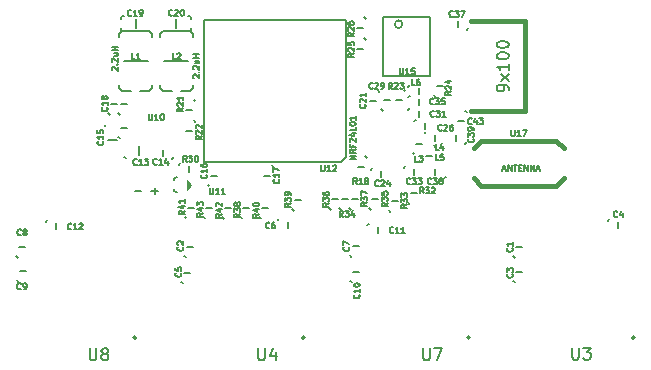
<source format=gto>
G04 #@! TF.FileFunction,Legend,Top*
%FSLAX45Y45*%
G04 Gerber Fmt 4.5, Leading zero omitted, Abs format (unit mm)*
G04 Created by KiCad (PCBNEW 0.201506030104+5696~23~ubuntu14.04.1-product) date Thu 09 Jul 2015 08:08:36 PM EDT*
%MOMM*%
G01*
G04 APERTURE LIST*
%ADD10C,0.127000*%
%ADD11C,0.099060*%
%ADD12C,0.150000*%
%ADD13C,0.165100*%
%ADD14C,0.381000*%
%ADD15C,0.200660*%
G04 APERTURE END LIST*
D10*
X15695676Y-10071862D02*
X15682976Y-10059162D01*
X15759176Y-9982962D02*
X15708376Y-9982962D01*
X12907772Y-10068560D02*
X12895072Y-10055860D01*
X12971272Y-9979660D02*
X12920472Y-9979660D01*
X15696438Y-10282174D02*
X15683738Y-10269474D01*
X15759938Y-10193274D02*
X15709138Y-10193274D01*
X16480536Y-9759188D02*
X16493236Y-9746488D01*
X16569436Y-9822688D02*
X16569436Y-9771888D01*
X12884658Y-10289032D02*
X12871958Y-10276332D01*
X12948158Y-10200132D02*
X12897358Y-10200132D01*
X13687806Y-9756140D02*
X13700506Y-9743440D01*
X13776706Y-9819640D02*
X13776706Y-9768840D01*
X14311122Y-10065766D02*
X14298422Y-10053066D01*
X14374622Y-9976866D02*
X14323822Y-9976866D01*
X11486896Y-10072370D02*
X11474196Y-10059670D01*
X11550396Y-9983470D02*
X11499596Y-9983470D01*
X11489436Y-10278110D02*
X11476736Y-10265410D01*
X11552936Y-10189210D02*
X11502136Y-10189210D01*
X14316202Y-10279380D02*
X14303502Y-10266680D01*
X14379702Y-10190480D02*
X14328902Y-10190480D01*
X14447774Y-9797034D02*
X14460474Y-9784334D01*
X14536674Y-9860534D02*
X14536674Y-9809734D01*
X11724132Y-9769094D02*
X11736832Y-9756394D01*
X11813032Y-9832594D02*
X11813032Y-9781794D01*
X13110210Y-9467850D02*
X13097510Y-9455150D01*
X13173710Y-9378950D02*
X13122910Y-9378950D01*
X13637260Y-9292590D02*
X13649960Y-9305290D01*
X13573760Y-9381490D02*
X13624560Y-9381490D01*
X12263882Y-8864854D02*
X12251182Y-8852154D01*
X12327382Y-8775954D02*
X12276582Y-8775954D01*
X12359132Y-8132064D02*
X12359132Y-8144764D01*
X12359132Y-8144764D02*
X12371832Y-8157464D01*
X12371832Y-8157464D02*
X12384532Y-8157464D01*
X12384532Y-8030464D02*
X12371832Y-8030464D01*
X12371832Y-8030464D02*
X12359132Y-8043164D01*
X12359132Y-8043164D02*
X12359132Y-8055864D01*
X12486132Y-8055864D02*
X12486132Y-8132064D01*
X12954000Y-8055864D02*
X12954000Y-8043164D01*
X12954000Y-8043164D02*
X12941300Y-8030464D01*
X12941300Y-8030464D02*
X12928600Y-8030464D01*
X12928600Y-8157464D02*
X12941300Y-8157464D01*
X12941300Y-8157464D02*
X12954000Y-8144764D01*
X12954000Y-8144764D02*
X12954000Y-8132064D01*
X12827000Y-8132064D02*
X12827000Y-8055864D01*
X14534388Y-8653780D02*
X14547088Y-8666480D01*
X14470888Y-8742680D02*
X14521688Y-8742680D01*
X14477492Y-9329674D02*
X14490192Y-9316974D01*
X14566392Y-9393174D02*
X14566392Y-9342374D01*
X14842490Y-8919210D02*
X14855190Y-8906510D01*
X14931390Y-8982710D02*
X14931390Y-8931910D01*
X14575790Y-8830310D02*
X14563090Y-8817610D01*
X14639290Y-8741410D02*
X14588490Y-8741410D01*
X14790928Y-8819388D02*
X14803628Y-8806688D01*
X14879828Y-8882888D02*
X14879828Y-8832088D01*
X14753590Y-9312910D02*
X14766290Y-9300210D01*
X14842490Y-9376410D02*
X14842490Y-9325610D01*
X14790928Y-8713216D02*
X14803628Y-8700516D01*
X14879828Y-8776716D02*
X14879828Y-8725916D01*
X15299690Y-8131810D02*
X15286990Y-8144510D01*
X15210790Y-8068310D02*
X15210790Y-8119110D01*
X15109190Y-9389110D02*
X15096490Y-9401810D01*
X15020290Y-9325610D02*
X15020290Y-9376410D01*
X15286990Y-9097010D02*
X15274290Y-9109710D01*
X15198090Y-9033510D02*
X15198090Y-9084310D01*
X15274290Y-8830310D02*
X15286990Y-8843010D01*
X15210790Y-8919210D02*
X15261590Y-8919210D01*
D11*
X12946634Y-9447530D02*
X12946634Y-9467342D01*
X12936728Y-9437370D02*
X12936728Y-9477502D01*
X12926822Y-9427464D02*
X12926822Y-9487408D01*
X12916662Y-9417558D02*
X12956794Y-9457436D01*
X12956794Y-9457436D02*
X12916662Y-9497314D01*
X12916662Y-9497314D02*
X12916662Y-9417558D01*
D10*
X12809728Y-9495536D02*
X12809728Y-9508236D01*
X12809728Y-9508236D02*
X12822428Y-9520936D01*
X12822428Y-9520936D02*
X12835128Y-9520936D01*
X12835128Y-9393936D02*
X12822428Y-9393936D01*
X12822428Y-9393936D02*
X12809728Y-9406636D01*
X12809728Y-9406636D02*
X12809728Y-9419336D01*
X12447270Y-8665972D02*
X12371070Y-8665972D01*
X12371070Y-8665972D02*
X12345670Y-8640572D01*
X12345670Y-8640572D02*
X12345670Y-8615172D01*
X12625070Y-8615172D02*
X12625070Y-8640572D01*
X12625070Y-8640572D02*
X12599670Y-8665972D01*
X12599670Y-8665972D02*
X12523470Y-8665972D01*
X12625070Y-8208772D02*
X12625070Y-8183372D01*
X12625070Y-8183372D02*
X12599670Y-8157972D01*
X12599670Y-8157972D02*
X12371070Y-8157972D01*
X12371070Y-8157972D02*
X12345670Y-8183372D01*
X12345670Y-8183372D02*
X12345670Y-8208772D01*
X12586970Y-8411972D02*
X12383770Y-8411972D01*
X12790932Y-8665972D02*
X12714732Y-8665972D01*
X12714732Y-8665972D02*
X12689332Y-8640572D01*
X12689332Y-8640572D02*
X12689332Y-8615172D01*
X12968732Y-8615172D02*
X12968732Y-8640572D01*
X12968732Y-8640572D02*
X12943332Y-8665972D01*
X12943332Y-8665972D02*
X12867132Y-8665972D01*
X12968732Y-8208772D02*
X12968732Y-8183372D01*
X12968732Y-8183372D02*
X12943332Y-8157972D01*
X12943332Y-8157972D02*
X12714732Y-8157972D01*
X12714732Y-8157972D02*
X12689332Y-8183372D01*
X12689332Y-8183372D02*
X12689332Y-8208772D01*
X12930632Y-8411972D02*
X12727432Y-8411972D01*
X14842490Y-9198610D02*
X14829790Y-9185910D01*
X14905990Y-9109710D02*
X14855190Y-9109710D01*
X14931390Y-9020810D02*
X14944090Y-9008110D01*
X15020290Y-9084310D02*
X15020290Y-9033510D01*
X15007590Y-9122410D02*
X15020290Y-9135110D01*
X14944090Y-9211310D02*
X14994890Y-9211310D01*
X14790928Y-8626348D02*
X14803628Y-8613648D01*
X14879828Y-8689848D02*
X14879828Y-8639048D01*
X14428470Y-9213850D02*
X14441170Y-9226550D01*
X14364970Y-9302750D02*
X14415770Y-9302750D01*
X12349734Y-9063482D02*
X12337034Y-9050782D01*
X12413234Y-8974582D02*
X12362434Y-8974582D01*
X12349226Y-8864854D02*
X12336526Y-8852154D01*
X12412726Y-8775954D02*
X12361926Y-8775954D01*
X12978130Y-8734806D02*
X12990830Y-8747506D01*
X12914630Y-8823706D02*
X12965430Y-8823706D01*
X12978130Y-8910066D02*
X12990830Y-8922766D01*
X12914630Y-8998966D02*
X12965430Y-8998966D01*
X14753590Y-8652510D02*
X14766290Y-8665210D01*
X14690090Y-8741410D02*
X14740890Y-8741410D01*
X15021560Y-8712708D02*
X15008860Y-8700008D01*
X15085060Y-8623808D02*
X15034260Y-8623808D01*
X14420850Y-8214614D02*
X14433550Y-8227314D01*
X14357350Y-8303514D02*
X14408150Y-8303514D01*
X14420342Y-8038846D02*
X14433042Y-8051546D01*
X14356842Y-8127746D02*
X14407642Y-8127746D01*
X12848590Y-9287510D02*
X12861290Y-9274810D01*
X12937490Y-9351010D02*
X12937490Y-9300210D01*
D12*
X16711168Y-10751234D02*
G75*
G03X16711168Y-10751234I-14142J0D01*
G01*
X13918946Y-10750726D02*
G75*
G03X13918946Y-10750726I-14142J0D01*
G01*
X15315692Y-10749456D02*
G75*
G03X15315692Y-10749456I-14142J0D01*
G01*
X12491974Y-10751234D02*
G75*
G03X12491974Y-10751234I-14142J0D01*
G01*
D13*
X14263624Y-9219692D02*
X14223492Y-9259824D01*
X14223492Y-9259824D02*
X13063728Y-9259824D01*
X13063728Y-9259824D02*
X13063728Y-8059928D01*
X13063728Y-8059928D02*
X14263624Y-8059928D01*
X14263624Y-8059928D02*
X14263624Y-9219692D01*
D10*
X14743755Y-8096504D02*
G75*
G03X14743755Y-8096504I-32329J0D01*
G01*
X14577466Y-8033194D02*
X14977466Y-8033194D01*
X14577466Y-8533194D02*
X14577466Y-8033194D01*
X14977466Y-8533194D02*
X14577466Y-8533194D01*
X14977466Y-8033194D02*
X14977466Y-8533194D01*
D14*
X15322550Y-8073390D02*
X15779750Y-8073390D01*
X15779750Y-8073390D02*
X15779750Y-8835390D01*
X15779750Y-8835390D02*
X15322550Y-8835390D01*
X15347696Y-9402064D02*
X15411196Y-9465564D01*
X15411196Y-9465564D02*
X16046196Y-9465564D01*
X16046196Y-9465564D02*
X16109696Y-9402064D01*
X15347696Y-9148064D02*
X15411196Y-9084564D01*
X15411196Y-9084564D02*
X16046196Y-9084564D01*
X16046196Y-9084564D02*
X16109696Y-9148064D01*
D10*
X12236450Y-8947658D02*
X12223750Y-8960358D01*
X12325350Y-9074658D02*
X12249150Y-9074658D01*
X12387326Y-9219946D02*
X12400026Y-9232646D01*
X12514326Y-9131046D02*
X12514326Y-9207246D01*
X12808966Y-9222486D02*
X12796266Y-9235186D01*
X12720066Y-9158986D02*
X12720066Y-9209786D01*
X14802612Y-9618472D02*
X14789912Y-9605772D01*
X14866112Y-9529572D02*
X14815312Y-9529572D01*
X14638528Y-9686036D02*
X14625828Y-9673336D01*
X14702028Y-9597136D02*
X14651228Y-9597136D01*
X14220444Y-9668764D02*
X14207744Y-9656064D01*
X14283944Y-9579864D02*
X14233144Y-9579864D01*
X14475714Y-9669526D02*
X14463014Y-9656826D01*
X14539214Y-9580626D02*
X14488414Y-9580626D01*
X14135100Y-9668764D02*
X14122400Y-9656064D01*
X14198600Y-9579864D02*
X14147800Y-9579864D01*
X14305788Y-9668764D02*
X14293088Y-9656064D01*
X14369288Y-9579864D02*
X14318488Y-9579864D01*
X13385292Y-9740900D02*
X13372592Y-9728200D01*
X13448792Y-9652000D02*
X13397992Y-9652000D01*
X13823188Y-9676384D02*
X13810488Y-9663684D01*
X13886688Y-9587484D02*
X13835888Y-9587484D01*
X13544296Y-9740900D02*
X13531596Y-9728200D01*
X13607796Y-9652000D02*
X13556996Y-9652000D01*
X12912090Y-9740900D02*
X12899390Y-9728200D01*
X12975590Y-9652000D02*
X12924790Y-9652000D01*
X13230606Y-9742678D02*
X13217906Y-9729978D01*
X13294106Y-9653778D02*
X13243306Y-9653778D01*
X13071348Y-9740900D02*
X13058648Y-9728200D01*
X13134848Y-9652000D02*
X13084048Y-9652000D01*
X15673179Y-9991429D02*
X15675598Y-9993848D01*
X15678017Y-10001105D01*
X15678017Y-10005943D01*
X15675598Y-10013200D01*
X15670760Y-10018038D01*
X15665922Y-10020457D01*
X15656245Y-10022876D01*
X15648988Y-10022876D01*
X15639312Y-10020457D01*
X15634474Y-10018038D01*
X15629636Y-10013200D01*
X15627217Y-10005943D01*
X15627217Y-10001105D01*
X15629636Y-9993848D01*
X15632055Y-9991429D01*
X15678017Y-9943048D02*
X15678017Y-9972076D01*
X15678017Y-9957562D02*
X15627217Y-9957562D01*
X15634474Y-9962400D01*
X15639312Y-9967238D01*
X15641731Y-9972076D01*
X12884767Y-9982031D02*
X12887186Y-9984450D01*
X12889605Y-9991707D01*
X12889605Y-9996545D01*
X12887186Y-10003802D01*
X12882348Y-10008640D01*
X12877510Y-10011059D01*
X12867833Y-10013478D01*
X12860576Y-10013478D01*
X12850900Y-10011059D01*
X12846062Y-10008640D01*
X12841224Y-10003802D01*
X12838805Y-9996545D01*
X12838805Y-9991707D01*
X12841224Y-9984450D01*
X12843643Y-9982031D01*
X12843643Y-9962678D02*
X12841224Y-9960259D01*
X12838805Y-9955421D01*
X12838805Y-9943326D01*
X12841224Y-9938488D01*
X12843643Y-9936069D01*
X12848481Y-9933650D01*
X12853319Y-9933650D01*
X12860576Y-9936069D01*
X12889605Y-9965097D01*
X12889605Y-9933650D01*
X15673941Y-10210631D02*
X15676360Y-10213050D01*
X15678779Y-10220307D01*
X15678779Y-10225145D01*
X15676360Y-10232402D01*
X15671522Y-10237240D01*
X15666684Y-10239659D01*
X15657007Y-10242078D01*
X15649750Y-10242078D01*
X15640074Y-10239659D01*
X15635236Y-10237240D01*
X15630398Y-10232402D01*
X15627979Y-10225145D01*
X15627979Y-10220307D01*
X15630398Y-10213050D01*
X15632817Y-10210631D01*
X15627979Y-10193697D02*
X15627979Y-10162250D01*
X15647331Y-10179183D01*
X15647331Y-10171926D01*
X15649750Y-10167088D01*
X15652169Y-10164669D01*
X15657007Y-10162250D01*
X15669103Y-10162250D01*
X15673941Y-10164669D01*
X15676360Y-10167088D01*
X15678779Y-10171926D01*
X15678779Y-10186440D01*
X15676360Y-10191278D01*
X15673941Y-10193697D01*
X16563509Y-9723991D02*
X16561090Y-9726410D01*
X16553833Y-9728829D01*
X16548995Y-9728829D01*
X16541738Y-9726410D01*
X16536900Y-9721572D01*
X16534481Y-9716734D01*
X16532062Y-9707058D01*
X16532062Y-9699800D01*
X16534481Y-9690124D01*
X16536900Y-9685286D01*
X16541738Y-9680448D01*
X16548995Y-9678029D01*
X16553833Y-9678029D01*
X16561090Y-9680448D01*
X16563509Y-9682867D01*
X16607052Y-9694962D02*
X16607052Y-9728829D01*
X16594957Y-9675610D02*
X16582862Y-9711896D01*
X16614309Y-9711896D01*
X12866225Y-10202503D02*
X12868644Y-10204922D01*
X12871063Y-10212179D01*
X12871063Y-10217017D01*
X12868644Y-10224274D01*
X12863806Y-10229112D01*
X12858968Y-10231531D01*
X12849291Y-10233950D01*
X12842034Y-10233950D01*
X12832358Y-10231531D01*
X12827520Y-10229112D01*
X12822682Y-10224274D01*
X12820263Y-10217017D01*
X12820263Y-10212179D01*
X12822682Y-10204922D01*
X12825101Y-10202503D01*
X12820263Y-10156541D02*
X12820263Y-10180731D01*
X12844453Y-10183150D01*
X12842034Y-10180731D01*
X12839615Y-10175893D01*
X12839615Y-10163798D01*
X12842034Y-10158960D01*
X12844453Y-10156541D01*
X12849291Y-10154122D01*
X12861387Y-10154122D01*
X12866225Y-10156541D01*
X12868644Y-10158960D01*
X12871063Y-10163798D01*
X12871063Y-10175893D01*
X12868644Y-10180731D01*
X12866225Y-10183150D01*
X13616347Y-9818987D02*
X13613928Y-9821406D01*
X13606671Y-9823825D01*
X13601833Y-9823825D01*
X13594576Y-9821406D01*
X13589738Y-9816568D01*
X13587319Y-9811730D01*
X13584900Y-9802054D01*
X13584900Y-9794796D01*
X13587319Y-9785120D01*
X13589738Y-9780282D01*
X13594576Y-9775444D01*
X13601833Y-9773025D01*
X13606671Y-9773025D01*
X13613928Y-9775444D01*
X13616347Y-9777863D01*
X13659890Y-9773025D02*
X13650214Y-9773025D01*
X13645376Y-9775444D01*
X13642957Y-9777863D01*
X13638119Y-9785120D01*
X13635700Y-9794796D01*
X13635700Y-9814149D01*
X13638119Y-9818987D01*
X13640538Y-9821406D01*
X13645376Y-9823825D01*
X13655052Y-9823825D01*
X13659890Y-9821406D01*
X13662309Y-9818987D01*
X13664728Y-9814149D01*
X13664728Y-9802054D01*
X13662309Y-9797215D01*
X13659890Y-9794796D01*
X13655052Y-9792377D01*
X13645376Y-9792377D01*
X13640538Y-9794796D01*
X13638119Y-9797215D01*
X13635700Y-9802054D01*
X14290149Y-9983809D02*
X14292568Y-9986228D01*
X14294987Y-9993485D01*
X14294987Y-9998323D01*
X14292568Y-10005580D01*
X14287730Y-10010418D01*
X14282892Y-10012837D01*
X14273215Y-10015256D01*
X14265958Y-10015256D01*
X14256282Y-10012837D01*
X14251444Y-10010418D01*
X14246606Y-10005580D01*
X14244187Y-9998323D01*
X14244187Y-9993485D01*
X14246606Y-9986228D01*
X14249025Y-9983809D01*
X14244187Y-9966875D02*
X14244187Y-9933009D01*
X14294987Y-9954780D01*
X11513989Y-9879947D02*
X11511570Y-9882366D01*
X11504313Y-9884785D01*
X11499475Y-9884785D01*
X11492218Y-9882366D01*
X11487380Y-9877528D01*
X11484961Y-9872690D01*
X11482542Y-9863014D01*
X11482542Y-9855756D01*
X11484961Y-9846080D01*
X11487380Y-9841242D01*
X11492218Y-9836404D01*
X11499475Y-9833985D01*
X11504313Y-9833985D01*
X11511570Y-9836404D01*
X11513989Y-9838823D01*
X11543018Y-9855756D02*
X11538180Y-9853337D01*
X11535761Y-9850918D01*
X11533342Y-9846080D01*
X11533342Y-9843661D01*
X11535761Y-9838823D01*
X11538180Y-9836404D01*
X11543018Y-9833985D01*
X11552694Y-9833985D01*
X11557532Y-9836404D01*
X11559951Y-9838823D01*
X11562370Y-9843661D01*
X11562370Y-9846080D01*
X11559951Y-9850918D01*
X11557532Y-9853337D01*
X11552694Y-9855756D01*
X11543018Y-9855756D01*
X11538180Y-9858175D01*
X11535761Y-9860595D01*
X11533342Y-9865433D01*
X11533342Y-9875109D01*
X11535761Y-9879947D01*
X11538180Y-9882366D01*
X11543018Y-9884785D01*
X11552694Y-9884785D01*
X11557532Y-9882366D01*
X11559951Y-9879947D01*
X11562370Y-9875109D01*
X11562370Y-9865433D01*
X11559951Y-9860595D01*
X11557532Y-9858175D01*
X11552694Y-9855756D01*
X11513227Y-10334861D02*
X11510808Y-10337280D01*
X11503551Y-10339699D01*
X11498713Y-10339699D01*
X11491456Y-10337280D01*
X11486618Y-10332442D01*
X11484199Y-10327604D01*
X11481780Y-10317928D01*
X11481780Y-10310670D01*
X11484199Y-10300994D01*
X11486618Y-10296156D01*
X11491456Y-10291318D01*
X11498713Y-10288899D01*
X11503551Y-10288899D01*
X11510808Y-10291318D01*
X11513227Y-10293737D01*
X11537418Y-10339699D02*
X11547094Y-10339699D01*
X11551932Y-10337280D01*
X11554351Y-10334861D01*
X11559189Y-10327604D01*
X11561608Y-10317928D01*
X11561608Y-10298575D01*
X11559189Y-10293737D01*
X11556770Y-10291318D01*
X11551932Y-10288899D01*
X11542256Y-10288899D01*
X11537418Y-10291318D01*
X11534999Y-10293737D01*
X11532580Y-10298575D01*
X11532580Y-10310670D01*
X11534999Y-10315509D01*
X11537418Y-10317928D01*
X11542256Y-10320347D01*
X11551932Y-10320347D01*
X11556770Y-10317928D01*
X11559189Y-10315509D01*
X11561608Y-10310670D01*
X14376001Y-10386713D02*
X14378420Y-10389132D01*
X14380839Y-10396389D01*
X14380839Y-10401228D01*
X14378420Y-10408485D01*
X14373582Y-10413323D01*
X14368744Y-10415742D01*
X14359067Y-10418161D01*
X14351810Y-10418161D01*
X14342134Y-10415742D01*
X14337296Y-10413323D01*
X14332458Y-10408485D01*
X14330039Y-10401228D01*
X14330039Y-10396389D01*
X14332458Y-10389132D01*
X14334877Y-10386713D01*
X14380839Y-10338332D02*
X14380839Y-10367361D01*
X14380839Y-10352847D02*
X14330039Y-10352847D01*
X14337296Y-10357685D01*
X14342134Y-10362523D01*
X14344553Y-10367361D01*
X14330039Y-10306885D02*
X14330039Y-10302047D01*
X14332458Y-10297208D01*
X14334877Y-10294789D01*
X14339715Y-10292370D01*
X14349391Y-10289951D01*
X14361487Y-10289951D01*
X14371163Y-10292370D01*
X14376001Y-10294789D01*
X14378420Y-10297208D01*
X14380839Y-10302047D01*
X14380839Y-10306885D01*
X14378420Y-10311723D01*
X14376001Y-10314142D01*
X14371163Y-10316561D01*
X14361487Y-10318980D01*
X14349391Y-10318980D01*
X14339715Y-10316561D01*
X14334877Y-10314142D01*
X14332458Y-10311723D01*
X14330039Y-10306885D01*
X14667085Y-9857849D02*
X14664666Y-9860268D01*
X14657409Y-9862687D01*
X14652570Y-9862687D01*
X14645313Y-9860268D01*
X14640475Y-9855430D01*
X14638056Y-9850592D01*
X14635637Y-9840916D01*
X14635637Y-9833658D01*
X14638056Y-9823982D01*
X14640475Y-9819144D01*
X14645313Y-9814306D01*
X14652570Y-9811887D01*
X14657409Y-9811887D01*
X14664666Y-9814306D01*
X14667085Y-9816725D01*
X14715466Y-9862687D02*
X14686437Y-9862687D01*
X14700951Y-9862687D02*
X14700951Y-9811887D01*
X14696113Y-9819144D01*
X14691275Y-9823982D01*
X14686437Y-9826401D01*
X14763847Y-9862687D02*
X14734818Y-9862687D01*
X14749332Y-9862687D02*
X14749332Y-9811887D01*
X14744494Y-9819144D01*
X14739656Y-9823982D01*
X14734818Y-9826401D01*
X11940395Y-9828893D02*
X11937976Y-9831312D01*
X11930719Y-9833731D01*
X11925880Y-9833731D01*
X11918623Y-9831312D01*
X11913785Y-9826474D01*
X11911366Y-9821636D01*
X11908947Y-9811960D01*
X11908947Y-9804702D01*
X11911366Y-9795026D01*
X11913785Y-9790188D01*
X11918623Y-9785350D01*
X11925880Y-9782931D01*
X11930719Y-9782931D01*
X11937976Y-9785350D01*
X11940395Y-9787769D01*
X11988776Y-9833731D02*
X11959747Y-9833731D01*
X11974261Y-9833731D02*
X11974261Y-9782931D01*
X11969423Y-9790188D01*
X11964585Y-9795026D01*
X11959747Y-9797445D01*
X12008128Y-9787769D02*
X12010547Y-9785350D01*
X12015385Y-9782931D01*
X12027481Y-9782931D01*
X12032319Y-9785350D01*
X12034738Y-9787769D01*
X12037157Y-9792607D01*
X12037157Y-9797445D01*
X12034738Y-9804702D01*
X12005709Y-9833731D01*
X12037157Y-9833731D01*
X13082633Y-9370967D02*
X13085052Y-9373386D01*
X13087471Y-9380643D01*
X13087471Y-9385482D01*
X13085052Y-9392739D01*
X13080214Y-9397577D01*
X13075376Y-9399996D01*
X13065699Y-9402415D01*
X13058442Y-9402415D01*
X13048766Y-9399996D01*
X13043928Y-9397577D01*
X13039090Y-9392739D01*
X13036671Y-9385482D01*
X13036671Y-9380643D01*
X13039090Y-9373386D01*
X13041509Y-9370967D01*
X13087471Y-9322586D02*
X13087471Y-9351615D01*
X13087471Y-9337101D02*
X13036671Y-9337101D01*
X13043928Y-9341939D01*
X13048766Y-9346777D01*
X13051185Y-9351615D01*
X13036671Y-9279043D02*
X13036671Y-9288720D01*
X13039090Y-9293558D01*
X13041509Y-9295977D01*
X13048766Y-9300815D01*
X13058442Y-9303234D01*
X13077795Y-9303234D01*
X13082633Y-9300815D01*
X13085052Y-9298396D01*
X13087471Y-9293558D01*
X13087471Y-9283881D01*
X13085052Y-9279043D01*
X13082633Y-9276624D01*
X13077795Y-9274205D01*
X13065699Y-9274205D01*
X13060861Y-9276624D01*
X13058442Y-9279043D01*
X13056023Y-9283881D01*
X13056023Y-9293558D01*
X13058442Y-9298396D01*
X13060861Y-9300815D01*
X13065699Y-9303234D01*
X13697313Y-9410337D02*
X13699732Y-9412756D01*
X13702151Y-9420013D01*
X13702151Y-9424852D01*
X13699732Y-9432109D01*
X13694894Y-9436947D01*
X13690056Y-9439366D01*
X13680379Y-9441785D01*
X13673122Y-9441785D01*
X13663446Y-9439366D01*
X13658608Y-9436947D01*
X13653770Y-9432109D01*
X13651351Y-9424852D01*
X13651351Y-9420013D01*
X13653770Y-9412756D01*
X13656189Y-9410337D01*
X13702151Y-9361956D02*
X13702151Y-9390985D01*
X13702151Y-9376471D02*
X13651351Y-9376471D01*
X13658608Y-9381309D01*
X13663446Y-9386147D01*
X13665865Y-9390985D01*
X13651351Y-9345023D02*
X13651351Y-9311156D01*
X13702151Y-9332928D01*
X12241893Y-8800991D02*
X12244312Y-8803410D01*
X12246731Y-8810667D01*
X12246731Y-8815506D01*
X12244312Y-8822763D01*
X12239474Y-8827601D01*
X12234636Y-8830020D01*
X12224959Y-8832439D01*
X12217702Y-8832439D01*
X12208026Y-8830020D01*
X12203188Y-8827601D01*
X12198350Y-8822763D01*
X12195931Y-8815506D01*
X12195931Y-8810667D01*
X12198350Y-8803410D01*
X12200769Y-8800991D01*
X12246731Y-8752610D02*
X12246731Y-8781639D01*
X12246731Y-8767125D02*
X12195931Y-8767125D01*
X12203188Y-8771963D01*
X12208026Y-8776801D01*
X12210445Y-8781639D01*
X12217702Y-8723582D02*
X12215283Y-8728420D01*
X12212864Y-8730839D01*
X12208026Y-8733258D01*
X12205607Y-8733258D01*
X12200769Y-8730839D01*
X12198350Y-8728420D01*
X12195931Y-8723582D01*
X12195931Y-8713905D01*
X12198350Y-8709067D01*
X12200769Y-8706648D01*
X12205607Y-8704229D01*
X12208026Y-8704229D01*
X12212864Y-8706648D01*
X12215283Y-8709067D01*
X12217702Y-8713905D01*
X12217702Y-8723582D01*
X12220121Y-8728420D01*
X12222540Y-8730839D01*
X12227379Y-8733258D01*
X12237055Y-8733258D01*
X12241893Y-8730839D01*
X12244312Y-8728420D01*
X12246731Y-8723582D01*
X12246731Y-8713905D01*
X12244312Y-8709067D01*
X12241893Y-8706648D01*
X12237055Y-8704229D01*
X12227379Y-8704229D01*
X12222540Y-8706648D01*
X12220121Y-8709067D01*
X12217702Y-8713905D01*
X12448395Y-8021175D02*
X12445976Y-8023594D01*
X12438719Y-8026013D01*
X12433880Y-8026013D01*
X12426623Y-8023594D01*
X12421785Y-8018756D01*
X12419366Y-8013918D01*
X12416947Y-8004241D01*
X12416947Y-7996984D01*
X12419366Y-7987308D01*
X12421785Y-7982470D01*
X12426623Y-7977632D01*
X12433880Y-7975213D01*
X12438719Y-7975213D01*
X12445976Y-7977632D01*
X12448395Y-7980051D01*
X12496776Y-8026013D02*
X12467747Y-8026013D01*
X12482261Y-8026013D02*
X12482261Y-7975213D01*
X12477423Y-7982470D01*
X12472585Y-7987308D01*
X12467747Y-7989727D01*
X12520966Y-8026013D02*
X12530642Y-8026013D01*
X12535481Y-8023594D01*
X12537900Y-8021175D01*
X12542738Y-8013918D01*
X12545157Y-8004241D01*
X12545157Y-7984889D01*
X12542738Y-7980051D01*
X12540319Y-7977632D01*
X12535481Y-7975213D01*
X12525804Y-7975213D01*
X12520966Y-7977632D01*
X12518547Y-7980051D01*
X12516128Y-7984889D01*
X12516128Y-7996984D01*
X12518547Y-8001822D01*
X12520966Y-8004241D01*
X12525804Y-8006661D01*
X12535481Y-8006661D01*
X12540319Y-8004241D01*
X12542738Y-8001822D01*
X12545157Y-7996984D01*
X12796375Y-8020159D02*
X12793956Y-8022578D01*
X12786699Y-8024997D01*
X12781860Y-8024997D01*
X12774603Y-8022578D01*
X12769765Y-8017740D01*
X12767346Y-8012902D01*
X12764927Y-8003225D01*
X12764927Y-7995968D01*
X12767346Y-7986292D01*
X12769765Y-7981454D01*
X12774603Y-7976616D01*
X12781860Y-7974197D01*
X12786699Y-7974197D01*
X12793956Y-7976616D01*
X12796375Y-7979035D01*
X12815727Y-7979035D02*
X12818146Y-7976616D01*
X12822984Y-7974197D01*
X12835080Y-7974197D01*
X12839918Y-7976616D01*
X12842337Y-7979035D01*
X12844756Y-7983873D01*
X12844756Y-7988711D01*
X12842337Y-7995968D01*
X12813308Y-8024997D01*
X12844756Y-8024997D01*
X12876203Y-7974197D02*
X12881041Y-7974197D01*
X12885880Y-7976616D01*
X12888299Y-7979035D01*
X12890718Y-7983873D01*
X12893137Y-7993549D01*
X12893137Y-8005645D01*
X12890718Y-8015321D01*
X12888299Y-8020159D01*
X12885880Y-8022578D01*
X12881041Y-8024997D01*
X12876203Y-8024997D01*
X12871365Y-8022578D01*
X12868946Y-8020159D01*
X12866527Y-8015321D01*
X12864108Y-8005645D01*
X12864108Y-7993549D01*
X12866527Y-7983873D01*
X12868946Y-7979035D01*
X12871365Y-7976616D01*
X12876203Y-7974197D01*
X14428071Y-8775337D02*
X14430490Y-8777756D01*
X14432909Y-8785013D01*
X14432909Y-8789852D01*
X14430490Y-8797109D01*
X14425652Y-8801947D01*
X14420814Y-8804366D01*
X14411137Y-8806785D01*
X14403880Y-8806785D01*
X14394204Y-8804366D01*
X14389366Y-8801947D01*
X14384528Y-8797109D01*
X14382109Y-8789852D01*
X14382109Y-8785013D01*
X14384528Y-8777756D01*
X14386947Y-8775337D01*
X14386947Y-8755985D02*
X14384528Y-8753566D01*
X14382109Y-8748728D01*
X14382109Y-8736632D01*
X14384528Y-8731794D01*
X14386947Y-8729375D01*
X14391785Y-8726956D01*
X14396623Y-8726956D01*
X14403880Y-8729375D01*
X14432909Y-8758404D01*
X14432909Y-8726956D01*
X14432909Y-8678575D02*
X14432909Y-8707604D01*
X14432909Y-8693090D02*
X14382109Y-8693090D01*
X14389366Y-8697928D01*
X14394204Y-8702766D01*
X14396623Y-8707604D01*
X14543895Y-9462117D02*
X14541476Y-9464536D01*
X14534219Y-9466955D01*
X14529380Y-9466955D01*
X14522123Y-9464536D01*
X14517285Y-9459698D01*
X14514866Y-9454860D01*
X14512447Y-9445184D01*
X14512447Y-9437926D01*
X14514866Y-9428250D01*
X14517285Y-9423412D01*
X14522123Y-9418574D01*
X14529380Y-9416155D01*
X14534219Y-9416155D01*
X14541476Y-9418574D01*
X14543895Y-9420993D01*
X14563247Y-9420993D02*
X14565666Y-9418574D01*
X14570504Y-9416155D01*
X14582600Y-9416155D01*
X14587438Y-9418574D01*
X14589857Y-9420993D01*
X14592276Y-9425831D01*
X14592276Y-9430669D01*
X14589857Y-9437926D01*
X14560828Y-9466955D01*
X14592276Y-9466955D01*
X14635819Y-9433088D02*
X14635819Y-9466955D01*
X14623723Y-9413736D02*
X14611628Y-9450022D01*
X14643076Y-9450022D01*
X15075771Y-8992471D02*
X15073352Y-8994890D01*
X15066095Y-8997309D01*
X15061256Y-8997309D01*
X15053999Y-8994890D01*
X15049161Y-8990052D01*
X15046742Y-8985214D01*
X15044323Y-8975538D01*
X15044323Y-8968280D01*
X15046742Y-8958604D01*
X15049161Y-8953766D01*
X15053999Y-8948928D01*
X15061256Y-8946509D01*
X15066095Y-8946509D01*
X15073352Y-8948928D01*
X15075771Y-8951347D01*
X15095123Y-8951347D02*
X15097542Y-8948928D01*
X15102380Y-8946509D01*
X15114476Y-8946509D01*
X15119314Y-8948928D01*
X15121733Y-8951347D01*
X15124152Y-8956185D01*
X15124152Y-8961023D01*
X15121733Y-8968280D01*
X15092704Y-8997309D01*
X15124152Y-8997309D01*
X15167695Y-8946509D02*
X15158018Y-8946509D01*
X15153180Y-8948928D01*
X15150761Y-8951347D01*
X15145923Y-8958604D01*
X15143504Y-8968280D01*
X15143504Y-8987633D01*
X15145923Y-8992471D01*
X15148342Y-8994890D01*
X15153180Y-8997309D01*
X15162857Y-8997309D01*
X15167695Y-8994890D01*
X15170114Y-8992471D01*
X15172533Y-8987633D01*
X15172533Y-8975538D01*
X15170114Y-8970699D01*
X15167695Y-8968280D01*
X15162857Y-8965861D01*
X15153180Y-8965861D01*
X15148342Y-8968280D01*
X15145923Y-8970699D01*
X15143504Y-8975538D01*
X14492079Y-8637379D02*
X14489660Y-8639798D01*
X14482403Y-8642217D01*
X14477564Y-8642217D01*
X14470307Y-8639798D01*
X14465469Y-8634960D01*
X14463050Y-8630122D01*
X14460631Y-8620446D01*
X14460631Y-8613188D01*
X14463050Y-8603512D01*
X14465469Y-8598674D01*
X14470307Y-8593836D01*
X14477564Y-8591417D01*
X14482403Y-8591417D01*
X14489660Y-8593836D01*
X14492079Y-8596255D01*
X14511431Y-8596255D02*
X14513850Y-8593836D01*
X14518688Y-8591417D01*
X14530784Y-8591417D01*
X14535622Y-8593836D01*
X14538041Y-8596255D01*
X14540460Y-8601093D01*
X14540460Y-8605931D01*
X14538041Y-8613188D01*
X14509012Y-8642217D01*
X14540460Y-8642217D01*
X14564650Y-8642217D02*
X14574326Y-8642217D01*
X14579165Y-8639798D01*
X14581584Y-8637379D01*
X14586422Y-8630122D01*
X14588841Y-8620446D01*
X14588841Y-8601093D01*
X14586422Y-8596255D01*
X14584003Y-8593836D01*
X14579165Y-8591417D01*
X14569488Y-8591417D01*
X14564650Y-8593836D01*
X14562231Y-8596255D01*
X14559812Y-8601093D01*
X14559812Y-8613188D01*
X14562231Y-8618027D01*
X14564650Y-8620446D01*
X14569488Y-8622865D01*
X14579165Y-8622865D01*
X14584003Y-8620446D01*
X14586422Y-8618027D01*
X14588841Y-8613188D01*
X15011763Y-8875123D02*
X15009344Y-8877542D01*
X15002087Y-8879961D01*
X14997248Y-8879961D01*
X14989991Y-8877542D01*
X14985153Y-8872704D01*
X14982734Y-8867866D01*
X14980315Y-8858190D01*
X14980315Y-8850932D01*
X14982734Y-8841256D01*
X14985153Y-8836418D01*
X14989991Y-8831580D01*
X14997248Y-8829161D01*
X15002087Y-8829161D01*
X15009344Y-8831580D01*
X15011763Y-8833999D01*
X15028696Y-8829161D02*
X15060144Y-8829161D01*
X15043210Y-8848513D01*
X15050468Y-8848513D01*
X15055306Y-8850932D01*
X15057725Y-8853351D01*
X15060144Y-8858190D01*
X15060144Y-8870285D01*
X15057725Y-8875123D01*
X15055306Y-8877542D01*
X15050468Y-8879961D01*
X15035953Y-8879961D01*
X15031115Y-8877542D01*
X15028696Y-8875123D01*
X15108525Y-8879961D02*
X15079496Y-8879961D01*
X15094010Y-8879961D02*
X15094010Y-8829161D01*
X15089172Y-8836418D01*
X15084334Y-8841256D01*
X15079496Y-8843675D01*
X14809833Y-9445353D02*
X14807414Y-9447772D01*
X14800157Y-9450191D01*
X14795318Y-9450191D01*
X14788061Y-9447772D01*
X14783223Y-9442934D01*
X14780804Y-9438096D01*
X14778385Y-9428420D01*
X14778385Y-9421162D01*
X14780804Y-9411486D01*
X14783223Y-9406648D01*
X14788061Y-9401810D01*
X14795318Y-9399391D01*
X14800157Y-9399391D01*
X14807414Y-9401810D01*
X14809833Y-9404229D01*
X14826766Y-9399391D02*
X14858214Y-9399391D01*
X14841280Y-9418743D01*
X14848538Y-9418743D01*
X14853376Y-9421162D01*
X14855795Y-9423581D01*
X14858214Y-9428420D01*
X14858214Y-9440515D01*
X14855795Y-9445353D01*
X14853376Y-9447772D01*
X14848538Y-9450191D01*
X14834023Y-9450191D01*
X14829185Y-9447772D01*
X14826766Y-9445353D01*
X14875147Y-9399391D02*
X14906595Y-9399391D01*
X14889661Y-9418743D01*
X14896919Y-9418743D01*
X14901757Y-9421162D01*
X14904176Y-9423581D01*
X14906595Y-9428420D01*
X14906595Y-9440515D01*
X14904176Y-9445353D01*
X14901757Y-9447772D01*
X14896919Y-9450191D01*
X14882404Y-9450191D01*
X14877566Y-9447772D01*
X14875147Y-9445353D01*
X15005667Y-8769967D02*
X15003248Y-8772386D01*
X14995991Y-8774805D01*
X14991152Y-8774805D01*
X14983895Y-8772386D01*
X14979057Y-8767548D01*
X14976638Y-8762710D01*
X14974219Y-8753034D01*
X14974219Y-8745776D01*
X14976638Y-8736100D01*
X14979057Y-8731262D01*
X14983895Y-8726424D01*
X14991152Y-8724005D01*
X14995991Y-8724005D01*
X15003248Y-8726424D01*
X15005667Y-8728843D01*
X15022600Y-8724005D02*
X15054048Y-8724005D01*
X15037114Y-8743357D01*
X15044372Y-8743357D01*
X15049210Y-8745776D01*
X15051629Y-8748195D01*
X15054048Y-8753034D01*
X15054048Y-8765129D01*
X15051629Y-8769967D01*
X15049210Y-8772386D01*
X15044372Y-8774805D01*
X15029857Y-8774805D01*
X15025019Y-8772386D01*
X15022600Y-8769967D01*
X15100010Y-8724005D02*
X15075819Y-8724005D01*
X15073400Y-8748195D01*
X15075819Y-8745776D01*
X15080657Y-8743357D01*
X15092753Y-8743357D01*
X15097591Y-8745776D01*
X15100010Y-8748195D01*
X15102429Y-8753034D01*
X15102429Y-8765129D01*
X15100010Y-8769967D01*
X15097591Y-8772386D01*
X15092753Y-8774805D01*
X15080657Y-8774805D01*
X15075819Y-8772386D01*
X15073400Y-8769967D01*
X15171783Y-8029303D02*
X15169364Y-8031722D01*
X15162107Y-8034141D01*
X15157268Y-8034141D01*
X15150011Y-8031722D01*
X15145173Y-8026884D01*
X15142754Y-8022046D01*
X15140335Y-8012369D01*
X15140335Y-8005112D01*
X15142754Y-7995436D01*
X15145173Y-7990598D01*
X15150011Y-7985760D01*
X15157268Y-7983341D01*
X15162107Y-7983341D01*
X15169364Y-7985760D01*
X15171783Y-7988179D01*
X15188716Y-7983341D02*
X15220164Y-7983341D01*
X15203230Y-8002693D01*
X15210488Y-8002693D01*
X15215326Y-8005112D01*
X15217745Y-8007531D01*
X15220164Y-8012369D01*
X15220164Y-8024465D01*
X15217745Y-8029303D01*
X15215326Y-8031722D01*
X15210488Y-8034141D01*
X15195973Y-8034141D01*
X15191135Y-8031722D01*
X15188716Y-8029303D01*
X15237097Y-7983341D02*
X15270964Y-7983341D01*
X15249192Y-8034141D01*
X14987633Y-9445353D02*
X14985214Y-9447772D01*
X14977957Y-9450191D01*
X14973118Y-9450191D01*
X14965861Y-9447772D01*
X14961023Y-9442934D01*
X14958604Y-9438096D01*
X14956185Y-9428420D01*
X14956185Y-9421162D01*
X14958604Y-9411486D01*
X14961023Y-9406648D01*
X14965861Y-9401810D01*
X14973118Y-9399391D01*
X14977957Y-9399391D01*
X14985214Y-9401810D01*
X14987633Y-9404229D01*
X15004566Y-9399391D02*
X15036014Y-9399391D01*
X15019080Y-9418743D01*
X15026338Y-9418743D01*
X15031176Y-9421162D01*
X15033595Y-9423581D01*
X15036014Y-9428420D01*
X15036014Y-9440515D01*
X15033595Y-9445353D01*
X15031176Y-9447772D01*
X15026338Y-9450191D01*
X15011823Y-9450191D01*
X15006985Y-9447772D01*
X15004566Y-9445353D01*
X15065042Y-9421162D02*
X15060204Y-9418743D01*
X15057785Y-9416324D01*
X15055366Y-9411486D01*
X15055366Y-9409067D01*
X15057785Y-9404229D01*
X15060204Y-9401810D01*
X15065042Y-9399391D01*
X15074719Y-9399391D01*
X15079557Y-9401810D01*
X15081976Y-9404229D01*
X15084395Y-9409067D01*
X15084395Y-9411486D01*
X15081976Y-9416324D01*
X15079557Y-9418743D01*
X15074719Y-9421162D01*
X15065042Y-9421162D01*
X15060204Y-9423581D01*
X15057785Y-9426001D01*
X15055366Y-9430839D01*
X15055366Y-9440515D01*
X15057785Y-9445353D01*
X15060204Y-9447772D01*
X15065042Y-9450191D01*
X15074719Y-9450191D01*
X15079557Y-9447772D01*
X15081976Y-9445353D01*
X15084395Y-9440515D01*
X15084395Y-9430839D01*
X15081976Y-9426001D01*
X15079557Y-9423581D01*
X15074719Y-9421162D01*
X15343233Y-9066167D02*
X15345652Y-9068586D01*
X15348071Y-9075843D01*
X15348071Y-9080682D01*
X15345652Y-9087939D01*
X15340814Y-9092777D01*
X15335976Y-9095196D01*
X15326299Y-9097615D01*
X15319042Y-9097615D01*
X15309366Y-9095196D01*
X15304528Y-9092777D01*
X15299690Y-9087939D01*
X15297271Y-9080682D01*
X15297271Y-9075843D01*
X15299690Y-9068586D01*
X15302109Y-9066167D01*
X15297271Y-9049234D02*
X15297271Y-9017786D01*
X15316623Y-9034720D01*
X15316623Y-9027462D01*
X15319042Y-9022624D01*
X15321461Y-9020205D01*
X15326299Y-9017786D01*
X15338395Y-9017786D01*
X15343233Y-9020205D01*
X15345652Y-9022624D01*
X15348071Y-9027462D01*
X15348071Y-9041977D01*
X15345652Y-9046815D01*
X15343233Y-9049234D01*
X15348071Y-8993596D02*
X15348071Y-8983920D01*
X15345652Y-8979081D01*
X15343233Y-8976662D01*
X15335976Y-8971824D01*
X15326299Y-8969405D01*
X15306947Y-8969405D01*
X15302109Y-8971824D01*
X15299690Y-8974243D01*
X15297271Y-8979081D01*
X15297271Y-8988758D01*
X15299690Y-8993596D01*
X15302109Y-8996015D01*
X15306947Y-8998434D01*
X15319042Y-8998434D01*
X15323880Y-8996015D01*
X15326299Y-8993596D01*
X15328719Y-8988758D01*
X15328719Y-8979081D01*
X15326299Y-8974243D01*
X15323880Y-8971824D01*
X15319042Y-8969405D01*
X15330533Y-8937353D02*
X15328114Y-8939772D01*
X15320857Y-8942191D01*
X15316018Y-8942191D01*
X15308761Y-8939772D01*
X15303923Y-8934934D01*
X15301504Y-8930096D01*
X15299085Y-8920420D01*
X15299085Y-8913162D01*
X15301504Y-8903486D01*
X15303923Y-8898648D01*
X15308761Y-8893810D01*
X15316018Y-8891391D01*
X15320857Y-8891391D01*
X15328114Y-8893810D01*
X15330533Y-8896229D01*
X15374076Y-8908324D02*
X15374076Y-8942191D01*
X15361980Y-8888972D02*
X15349885Y-8925258D01*
X15381333Y-8925258D01*
X15395847Y-8891391D02*
X15427295Y-8891391D01*
X15410361Y-8910743D01*
X15417619Y-8910743D01*
X15422457Y-8913162D01*
X15424876Y-8915581D01*
X15427295Y-8920420D01*
X15427295Y-8932515D01*
X15424876Y-8937353D01*
X15422457Y-8939772D01*
X15417619Y-8942191D01*
X15403104Y-8942191D01*
X15398266Y-8939772D01*
X15395847Y-8937353D01*
X12479189Y-8391265D02*
X12454999Y-8391265D01*
X12454999Y-8340465D01*
X12522732Y-8391265D02*
X12493704Y-8391265D01*
X12508218Y-8391265D02*
X12508218Y-8340465D01*
X12503380Y-8347722D01*
X12498542Y-8352560D01*
X12493704Y-8354979D01*
X12287129Y-8488233D02*
X12284710Y-8485814D01*
X12282291Y-8480975D01*
X12282291Y-8468880D01*
X12284710Y-8464042D01*
X12287129Y-8461623D01*
X12291967Y-8459204D01*
X12296805Y-8459204D01*
X12304062Y-8461623D01*
X12333091Y-8490652D01*
X12333091Y-8459204D01*
X12328253Y-8437433D02*
X12330672Y-8435013D01*
X12333091Y-8437433D01*
X12330672Y-8439852D01*
X12328253Y-8437433D01*
X12333091Y-8437433D01*
X12287129Y-8415661D02*
X12284710Y-8413242D01*
X12282291Y-8408404D01*
X12282291Y-8396309D01*
X12284710Y-8391471D01*
X12287129Y-8389052D01*
X12291967Y-8386632D01*
X12296805Y-8386632D01*
X12304062Y-8389052D01*
X12333091Y-8418080D01*
X12333091Y-8386632D01*
X12299224Y-8343089D02*
X12333091Y-8343089D01*
X12299224Y-8364861D02*
X12325834Y-8364861D01*
X12330672Y-8362442D01*
X12333091Y-8357604D01*
X12333091Y-8350347D01*
X12330672Y-8345509D01*
X12328253Y-8343089D01*
X12333091Y-8318899D02*
X12282291Y-8318899D01*
X12306481Y-8318899D02*
X12306481Y-8289870D01*
X12333091Y-8289870D02*
X12282291Y-8289870D01*
X12822851Y-8391265D02*
X12798661Y-8391265D01*
X12798661Y-8340465D01*
X12837366Y-8345303D02*
X12839785Y-8342884D01*
X12844623Y-8340465D01*
X12856718Y-8340465D01*
X12861556Y-8342884D01*
X12863975Y-8345303D01*
X12866394Y-8350141D01*
X12866394Y-8354979D01*
X12863975Y-8362236D01*
X12834946Y-8391265D01*
X12866394Y-8391265D01*
X12976739Y-8550971D02*
X12974320Y-8548552D01*
X12971901Y-8543713D01*
X12971901Y-8531618D01*
X12974320Y-8526780D01*
X12976739Y-8524361D01*
X12981577Y-8521942D01*
X12986415Y-8521942D01*
X12993672Y-8524361D01*
X13022701Y-8553390D01*
X13022701Y-8521942D01*
X13017863Y-8500171D02*
X13020282Y-8497751D01*
X13022701Y-8500171D01*
X13020282Y-8502590D01*
X13017863Y-8500171D01*
X13022701Y-8500171D01*
X12976739Y-8478399D02*
X12974320Y-8475980D01*
X12971901Y-8471142D01*
X12971901Y-8459047D01*
X12974320Y-8454209D01*
X12976739Y-8451790D01*
X12981577Y-8449370D01*
X12986415Y-8449370D01*
X12993672Y-8451790D01*
X13022701Y-8480818D01*
X13022701Y-8449370D01*
X12988834Y-8405828D02*
X13022701Y-8405828D01*
X12988834Y-8427599D02*
X13015444Y-8427599D01*
X13020282Y-8425180D01*
X13022701Y-8420342D01*
X13022701Y-8413085D01*
X13020282Y-8408247D01*
X13017863Y-8405828D01*
X13022701Y-8381637D02*
X12971901Y-8381637D01*
X12996091Y-8381637D02*
X12996091Y-8352608D01*
X13022701Y-8352608D02*
X12971901Y-8352608D01*
X14872123Y-9259691D02*
X14847933Y-9259691D01*
X14847933Y-9208891D01*
X14884218Y-9208891D02*
X14915666Y-9208891D01*
X14898733Y-9228243D01*
X14905990Y-9228243D01*
X14910828Y-9230662D01*
X14913247Y-9233081D01*
X14915666Y-9237920D01*
X14915666Y-9250015D01*
X14913247Y-9254853D01*
X14910828Y-9257272D01*
X14905990Y-9259691D01*
X14891476Y-9259691D01*
X14886638Y-9257272D01*
X14884218Y-9254853D01*
X15049923Y-9158091D02*
X15025733Y-9158091D01*
X15025733Y-9107291D01*
X15088628Y-9124224D02*
X15088628Y-9158091D01*
X15076533Y-9104872D02*
X15064438Y-9141158D01*
X15095885Y-9141158D01*
X15049923Y-9246991D02*
X15025733Y-9246991D01*
X15025733Y-9196191D01*
X15091047Y-9196191D02*
X15066857Y-9196191D01*
X15064438Y-9220381D01*
X15066857Y-9217962D01*
X15071695Y-9215543D01*
X15083790Y-9215543D01*
X15088628Y-9217962D01*
X15091047Y-9220381D01*
X15093466Y-9225220D01*
X15093466Y-9237315D01*
X15091047Y-9242153D01*
X15088628Y-9244572D01*
X15083790Y-9246991D01*
X15071695Y-9246991D01*
X15066857Y-9244572D01*
X15064438Y-9242153D01*
X14849009Y-8612753D02*
X14824819Y-8612753D01*
X14824819Y-8561953D01*
X14887714Y-8561953D02*
X14878038Y-8561953D01*
X14873200Y-8564372D01*
X14870781Y-8566791D01*
X14865943Y-8574048D01*
X14863524Y-8583724D01*
X14863524Y-8603077D01*
X14865943Y-8607915D01*
X14868362Y-8610334D01*
X14873200Y-8612753D01*
X14882876Y-8612753D01*
X14887714Y-8610334D01*
X14890133Y-8607915D01*
X14892552Y-8603077D01*
X14892552Y-8590982D01*
X14890133Y-8586143D01*
X14887714Y-8583724D01*
X14882876Y-8581305D01*
X14873200Y-8581305D01*
X14868362Y-8583724D01*
X14865943Y-8586143D01*
X14863524Y-8590982D01*
X14357713Y-9450191D02*
X14340779Y-9426001D01*
X14328684Y-9450191D02*
X14328684Y-9399391D01*
X14348037Y-9399391D01*
X14352875Y-9401810D01*
X14355294Y-9404229D01*
X14357713Y-9409067D01*
X14357713Y-9416324D01*
X14355294Y-9421162D01*
X14352875Y-9423581D01*
X14348037Y-9426001D01*
X14328684Y-9426001D01*
X14406094Y-9450191D02*
X14377065Y-9450191D01*
X14391579Y-9450191D02*
X14391579Y-9399391D01*
X14386741Y-9406648D01*
X14381903Y-9411486D01*
X14377065Y-9413905D01*
X14435122Y-9421162D02*
X14430284Y-9418743D01*
X14427865Y-9416324D01*
X14425446Y-9411486D01*
X14425446Y-9409067D01*
X14427865Y-9404229D01*
X14430284Y-9401810D01*
X14435122Y-9399391D01*
X14444799Y-9399391D01*
X14449637Y-9401810D01*
X14452056Y-9404229D01*
X14454475Y-9409067D01*
X14454475Y-9411486D01*
X14452056Y-9416324D01*
X14449637Y-9418743D01*
X14444799Y-9421162D01*
X14435122Y-9421162D01*
X14430284Y-9423581D01*
X14427865Y-9426001D01*
X14425446Y-9430839D01*
X14425446Y-9440515D01*
X14427865Y-9445353D01*
X14430284Y-9447772D01*
X14435122Y-9450191D01*
X14444799Y-9450191D01*
X14449637Y-9447772D01*
X14452056Y-9445353D01*
X14454475Y-9440515D01*
X14454475Y-9430839D01*
X14452056Y-9426001D01*
X14449637Y-9423581D01*
X14444799Y-9421162D01*
X12888081Y-8805817D02*
X12863890Y-8822751D01*
X12888081Y-8834846D02*
X12837281Y-8834846D01*
X12837281Y-8815493D01*
X12839700Y-8810655D01*
X12842119Y-8808236D01*
X12846957Y-8805817D01*
X12854214Y-8805817D01*
X12859052Y-8808236D01*
X12861471Y-8810655D01*
X12863890Y-8815493D01*
X12863890Y-8834846D01*
X12842119Y-8786465D02*
X12839700Y-8784046D01*
X12837281Y-8779208D01*
X12837281Y-8767112D01*
X12839700Y-8762274D01*
X12842119Y-8759855D01*
X12846957Y-8757436D01*
X12851795Y-8757436D01*
X12859052Y-8759855D01*
X12888081Y-8788884D01*
X12888081Y-8757436D01*
X12888081Y-8709055D02*
X12888081Y-8738084D01*
X12888081Y-8723570D02*
X12837281Y-8723570D01*
X12844538Y-8728408D01*
X12849376Y-8733246D01*
X12851795Y-8738084D01*
X13045815Y-9043307D02*
X13021624Y-9060241D01*
X13045815Y-9072336D02*
X12995015Y-9072336D01*
X12995015Y-9052983D01*
X12997434Y-9048145D01*
X12999853Y-9045726D01*
X13004691Y-9043307D01*
X13011948Y-9043307D01*
X13016786Y-9045726D01*
X13019205Y-9048145D01*
X13021624Y-9052983D01*
X13021624Y-9072336D01*
X12999853Y-9023955D02*
X12997434Y-9021536D01*
X12995015Y-9016698D01*
X12995015Y-9004602D01*
X12997434Y-8999764D01*
X12999853Y-8997345D01*
X13004691Y-8994926D01*
X13009529Y-8994926D01*
X13016786Y-8997345D01*
X13045815Y-9026374D01*
X13045815Y-8994926D01*
X12999853Y-8975574D02*
X12997434Y-8973155D01*
X12995015Y-8968317D01*
X12995015Y-8956221D01*
X12997434Y-8951383D01*
X12999853Y-8948964D01*
X13004691Y-8946545D01*
X13009529Y-8946545D01*
X13016786Y-8948964D01*
X13045815Y-8977993D01*
X13045815Y-8946545D01*
X14656671Y-8642725D02*
X14639737Y-8618535D01*
X14627642Y-8642725D02*
X14627642Y-8591925D01*
X14646995Y-8591925D01*
X14651833Y-8594344D01*
X14654252Y-8596763D01*
X14656671Y-8601601D01*
X14656671Y-8608858D01*
X14654252Y-8613696D01*
X14651833Y-8616115D01*
X14646995Y-8618535D01*
X14627642Y-8618535D01*
X14676023Y-8596763D02*
X14678442Y-8594344D01*
X14683280Y-8591925D01*
X14695376Y-8591925D01*
X14700214Y-8594344D01*
X14702633Y-8596763D01*
X14705052Y-8601601D01*
X14705052Y-8606439D01*
X14702633Y-8613696D01*
X14673604Y-8642725D01*
X14705052Y-8642725D01*
X14721985Y-8591925D02*
X14753433Y-8591925D01*
X14736499Y-8611277D01*
X14743757Y-8611277D01*
X14748595Y-8613696D01*
X14751014Y-8616115D01*
X14753433Y-8620954D01*
X14753433Y-8633049D01*
X14751014Y-8637887D01*
X14748595Y-8640306D01*
X14743757Y-8642725D01*
X14729242Y-8642725D01*
X14724404Y-8640306D01*
X14721985Y-8637887D01*
X15157063Y-8666117D02*
X15132872Y-8683051D01*
X15157063Y-8695146D02*
X15106263Y-8695146D01*
X15106263Y-8675793D01*
X15108682Y-8670955D01*
X15111101Y-8668536D01*
X15115939Y-8666117D01*
X15123196Y-8666117D01*
X15128034Y-8668536D01*
X15130453Y-8670955D01*
X15132872Y-8675793D01*
X15132872Y-8695146D01*
X15111101Y-8646765D02*
X15108682Y-8644346D01*
X15106263Y-8639508D01*
X15106263Y-8627412D01*
X15108682Y-8622574D01*
X15111101Y-8620155D01*
X15115939Y-8617736D01*
X15120777Y-8617736D01*
X15128034Y-8620155D01*
X15157063Y-8649184D01*
X15157063Y-8617736D01*
X15123196Y-8574193D02*
X15157063Y-8574193D01*
X15103844Y-8586289D02*
X15140130Y-8598384D01*
X15140130Y-8566936D01*
X14334611Y-8342775D02*
X14310420Y-8359708D01*
X14334611Y-8371804D02*
X14283811Y-8371804D01*
X14283811Y-8352451D01*
X14286230Y-8347613D01*
X14288649Y-8345194D01*
X14293487Y-8342775D01*
X14300744Y-8342775D01*
X14305582Y-8345194D01*
X14308001Y-8347613D01*
X14310420Y-8352451D01*
X14310420Y-8371804D01*
X14288649Y-8323423D02*
X14286230Y-8321004D01*
X14283811Y-8316166D01*
X14283811Y-8304070D01*
X14286230Y-8299232D01*
X14288649Y-8296813D01*
X14293487Y-8294394D01*
X14298325Y-8294394D01*
X14305582Y-8296813D01*
X14334611Y-8325842D01*
X14334611Y-8294394D01*
X14283811Y-8248432D02*
X14283811Y-8272623D01*
X14308001Y-8275042D01*
X14305582Y-8272623D01*
X14303163Y-8267785D01*
X14303163Y-8255689D01*
X14305582Y-8250851D01*
X14308001Y-8248432D01*
X14312839Y-8246013D01*
X14324935Y-8246013D01*
X14329773Y-8248432D01*
X14332192Y-8250851D01*
X14334611Y-8255689D01*
X14334611Y-8267785D01*
X14332192Y-8272623D01*
X14329773Y-8275042D01*
X14330039Y-8169547D02*
X14305848Y-8186480D01*
X14330039Y-8198576D02*
X14279239Y-8198576D01*
X14279239Y-8179223D01*
X14281658Y-8174385D01*
X14284077Y-8171966D01*
X14288915Y-8169547D01*
X14296172Y-8169547D01*
X14301010Y-8171966D01*
X14303429Y-8174385D01*
X14305848Y-8179223D01*
X14305848Y-8198576D01*
X14284077Y-8150195D02*
X14281658Y-8147776D01*
X14279239Y-8142938D01*
X14279239Y-8130842D01*
X14281658Y-8126004D01*
X14284077Y-8123585D01*
X14288915Y-8121166D01*
X14293753Y-8121166D01*
X14301010Y-8123585D01*
X14330039Y-8152614D01*
X14330039Y-8121166D01*
X14279239Y-8077623D02*
X14279239Y-8087299D01*
X14281658Y-8092138D01*
X14284077Y-8094557D01*
X14291334Y-8099395D01*
X14301010Y-8101814D01*
X14320363Y-8101814D01*
X14325201Y-8099395D01*
X14327620Y-8096976D01*
X14330039Y-8092138D01*
X14330039Y-8082461D01*
X14327620Y-8077623D01*
X14325201Y-8075204D01*
X14320363Y-8072785D01*
X14308267Y-8072785D01*
X14303429Y-8075204D01*
X14301010Y-8077623D01*
X14298591Y-8082461D01*
X14298591Y-8092138D01*
X14301010Y-8096976D01*
X14303429Y-8099395D01*
X14308267Y-8101814D01*
X12917533Y-9259691D02*
X12900599Y-9235501D01*
X12888504Y-9259691D02*
X12888504Y-9208891D01*
X12907857Y-9208891D01*
X12912695Y-9211310D01*
X12915114Y-9213729D01*
X12917533Y-9218567D01*
X12917533Y-9225824D01*
X12915114Y-9230662D01*
X12912695Y-9233081D01*
X12907857Y-9235501D01*
X12888504Y-9235501D01*
X12934466Y-9208891D02*
X12965914Y-9208891D01*
X12948980Y-9228243D01*
X12956238Y-9228243D01*
X12961076Y-9230662D01*
X12963495Y-9233081D01*
X12965914Y-9237920D01*
X12965914Y-9250015D01*
X12963495Y-9254853D01*
X12961076Y-9257272D01*
X12956238Y-9259691D01*
X12941723Y-9259691D01*
X12936885Y-9257272D01*
X12934466Y-9254853D01*
X12997361Y-9208891D02*
X13002199Y-9208891D01*
X13007038Y-9211310D01*
X13009457Y-9213729D01*
X13011876Y-9218567D01*
X13014295Y-9228243D01*
X13014295Y-9240339D01*
X13011876Y-9250015D01*
X13009457Y-9254853D01*
X13007038Y-9257272D01*
X13002199Y-9259691D01*
X12997361Y-9259691D01*
X12992523Y-9257272D01*
X12990104Y-9254853D01*
X12987685Y-9250015D01*
X12985266Y-9240339D01*
X12985266Y-9228243D01*
X12987685Y-9218567D01*
X12990104Y-9213729D01*
X12992523Y-9211310D01*
X12997361Y-9208891D01*
D12*
X16180825Y-10835742D02*
X16180825Y-10916695D01*
X16185587Y-10926218D01*
X16190349Y-10930980D01*
X16199873Y-10935742D01*
X16218921Y-10935742D01*
X16228445Y-10930980D01*
X16233206Y-10926218D01*
X16237968Y-10916695D01*
X16237968Y-10835742D01*
X16276064Y-10835742D02*
X16337968Y-10835742D01*
X16304635Y-10873837D01*
X16318921Y-10873837D01*
X16328445Y-10878599D01*
X16333206Y-10883361D01*
X16337968Y-10892885D01*
X16337968Y-10916695D01*
X16333206Y-10926218D01*
X16328445Y-10930980D01*
X16318921Y-10935742D01*
X16290349Y-10935742D01*
X16280825Y-10930980D01*
X16276064Y-10926218D01*
X13521953Y-10841584D02*
X13521953Y-10922537D01*
X13526715Y-10932060D01*
X13531477Y-10936822D01*
X13541001Y-10941584D01*
X13560049Y-10941584D01*
X13569573Y-10936822D01*
X13574334Y-10932060D01*
X13579096Y-10922537D01*
X13579096Y-10841584D01*
X13669573Y-10874917D02*
X13669573Y-10941584D01*
X13645763Y-10836822D02*
X13621953Y-10908251D01*
X13683858Y-10908251D01*
X14918699Y-10840314D02*
X14918699Y-10921267D01*
X14923461Y-10930790D01*
X14928223Y-10935552D01*
X14937747Y-10940314D01*
X14956795Y-10940314D01*
X14966319Y-10935552D01*
X14971080Y-10930790D01*
X14975842Y-10921267D01*
X14975842Y-10840314D01*
X15013938Y-10840314D02*
X15080604Y-10840314D01*
X15037747Y-10940314D01*
X12094981Y-10842092D02*
X12094981Y-10923045D01*
X12099743Y-10932568D01*
X12104505Y-10937330D01*
X12114029Y-10942092D01*
X12133077Y-10942092D01*
X12142601Y-10937330D01*
X12147362Y-10932568D01*
X12152124Y-10923045D01*
X12152124Y-10842092D01*
X12214029Y-10884949D02*
X12204505Y-10880187D01*
X12199743Y-10875425D01*
X12194981Y-10865902D01*
X12194981Y-10861140D01*
X12199743Y-10851616D01*
X12204505Y-10846854D01*
X12214029Y-10842092D01*
X12233077Y-10842092D01*
X12242601Y-10846854D01*
X12247362Y-10851616D01*
X12252124Y-10861140D01*
X12252124Y-10865902D01*
X12247362Y-10875425D01*
X12242601Y-10880187D01*
X12233077Y-10884949D01*
X12214029Y-10884949D01*
X12204505Y-10889711D01*
X12199743Y-10894473D01*
X12194981Y-10903997D01*
X12194981Y-10923045D01*
X12199743Y-10932568D01*
X12204505Y-10937330D01*
X12214029Y-10942092D01*
X12233077Y-10942092D01*
X12242601Y-10937330D01*
X12247362Y-10932568D01*
X12252124Y-10923045D01*
X12252124Y-10903997D01*
X12247362Y-10894473D01*
X12242601Y-10889711D01*
X12233077Y-10884949D01*
D10*
X12478984Y-9507909D02*
X12532396Y-9507909D01*
X12619192Y-9507909D02*
X12672604Y-9507909D01*
X12645898Y-9534616D02*
X12645898Y-9481203D01*
X14055695Y-9292711D02*
X14055695Y-9333835D01*
X14058114Y-9338673D01*
X14060533Y-9341092D01*
X14065371Y-9343511D01*
X14075047Y-9343511D01*
X14079885Y-9341092D01*
X14082304Y-9338673D01*
X14084723Y-9333835D01*
X14084723Y-9292711D01*
X14135523Y-9343511D02*
X14106495Y-9343511D01*
X14121009Y-9343511D02*
X14121009Y-9292711D01*
X14116171Y-9299968D01*
X14111333Y-9304806D01*
X14106495Y-9307225D01*
X14154876Y-9297549D02*
X14157295Y-9295130D01*
X14162133Y-9292711D01*
X14174228Y-9292711D01*
X14179066Y-9295130D01*
X14181485Y-9297549D01*
X14183904Y-9302387D01*
X14183904Y-9307225D01*
X14181485Y-9314482D01*
X14152457Y-9343511D01*
X14183904Y-9343511D01*
X14721175Y-8469751D02*
X14721175Y-8510875D01*
X14723594Y-8515713D01*
X14726013Y-8518132D01*
X14730851Y-8520551D01*
X14740527Y-8520551D01*
X14745365Y-8518132D01*
X14747784Y-8515713D01*
X14750203Y-8510875D01*
X14750203Y-8469751D01*
X14801003Y-8520551D02*
X14771975Y-8520551D01*
X14786489Y-8520551D02*
X14786489Y-8469751D01*
X14781651Y-8477008D01*
X14776813Y-8481846D01*
X14771975Y-8484265D01*
X14846965Y-8469751D02*
X14822775Y-8469751D01*
X14820356Y-8493941D01*
X14822775Y-8491522D01*
X14827613Y-8489103D01*
X14839708Y-8489103D01*
X14844546Y-8491522D01*
X14846965Y-8493941D01*
X14849384Y-8498780D01*
X14849384Y-8510875D01*
X14846965Y-8515713D01*
X14844546Y-8518132D01*
X14839708Y-8520551D01*
X14827613Y-8520551D01*
X14822775Y-8518132D01*
X14820356Y-8515713D01*
D15*
X15643158Y-8654893D02*
X15643158Y-8635831D01*
X15638393Y-8626300D01*
X15633627Y-8621534D01*
X15619331Y-8612003D01*
X15600269Y-8607238D01*
X15562145Y-8607238D01*
X15552613Y-8612003D01*
X15547848Y-8616769D01*
X15543082Y-8626300D01*
X15543082Y-8645362D01*
X15547848Y-8654893D01*
X15552613Y-8659658D01*
X15562145Y-8664424D01*
X15585972Y-8664424D01*
X15595503Y-8659658D01*
X15600269Y-8654893D01*
X15605034Y-8645362D01*
X15605034Y-8626300D01*
X15600269Y-8616769D01*
X15595503Y-8612003D01*
X15585972Y-8607238D01*
X15643158Y-8573879D02*
X15576441Y-8521458D01*
X15576441Y-8573879D02*
X15643158Y-8521458D01*
X15643158Y-8430913D02*
X15643158Y-8488099D01*
X15643158Y-8459506D02*
X15543082Y-8459506D01*
X15557379Y-8469037D01*
X15566910Y-8478568D01*
X15571676Y-8488099D01*
X15543082Y-8368961D02*
X15543082Y-8359430D01*
X15547848Y-8349899D01*
X15552613Y-8345134D01*
X15562145Y-8340368D01*
X15581207Y-8335603D01*
X15605034Y-8335603D01*
X15624096Y-8340368D01*
X15633627Y-8345134D01*
X15638393Y-8349899D01*
X15643158Y-8359430D01*
X15643158Y-8368961D01*
X15638393Y-8378492D01*
X15633627Y-8383258D01*
X15624096Y-8388023D01*
X15605034Y-8392789D01*
X15581207Y-8392789D01*
X15562145Y-8388023D01*
X15552613Y-8383258D01*
X15547848Y-8378492D01*
X15543082Y-8368961D01*
X15543082Y-8273651D02*
X15543082Y-8264120D01*
X15547848Y-8254589D01*
X15552613Y-8249823D01*
X15562145Y-8245058D01*
X15581207Y-8240292D01*
X15605034Y-8240292D01*
X15624096Y-8245058D01*
X15633627Y-8249823D01*
X15638393Y-8254589D01*
X15643158Y-8264120D01*
X15643158Y-8273651D01*
X15638393Y-8283182D01*
X15633627Y-8287947D01*
X15624096Y-8292713D01*
X15605034Y-8297478D01*
X15581207Y-8297478D01*
X15562145Y-8292713D01*
X15552613Y-8287947D01*
X15547848Y-8283182D01*
X15543082Y-8273651D01*
D10*
X15665801Y-8993245D02*
X15665801Y-9034369D01*
X15668220Y-9039207D01*
X15670639Y-9041626D01*
X15675477Y-9044045D01*
X15685153Y-9044045D01*
X15689991Y-9041626D01*
X15692410Y-9039207D01*
X15694829Y-9034369D01*
X15694829Y-8993245D01*
X15745629Y-9044045D02*
X15716601Y-9044045D01*
X15731115Y-9044045D02*
X15731115Y-8993245D01*
X15726277Y-9000502D01*
X15721439Y-9005340D01*
X15716601Y-9007759D01*
X15762563Y-8993245D02*
X15796429Y-8993245D01*
X15774658Y-9044045D01*
X15592479Y-9325441D02*
X15616670Y-9325441D01*
X15587641Y-9339955D02*
X15604575Y-9289155D01*
X15621508Y-9339955D01*
X15638441Y-9339955D02*
X15638441Y-9289155D01*
X15667470Y-9339955D01*
X15667470Y-9289155D01*
X15684403Y-9289155D02*
X15713432Y-9289155D01*
X15698918Y-9339955D02*
X15698918Y-9289155D01*
X15730365Y-9313345D02*
X15747299Y-9313345D01*
X15754556Y-9339955D02*
X15730365Y-9339955D01*
X15730365Y-9289155D01*
X15754556Y-9289155D01*
X15776327Y-9339955D02*
X15776327Y-9289155D01*
X15805356Y-9339955D01*
X15805356Y-9289155D01*
X15829546Y-9339955D02*
X15829546Y-9289155D01*
X15858575Y-9339955D01*
X15858575Y-9289155D01*
X15880346Y-9325441D02*
X15904537Y-9325441D01*
X15875508Y-9339955D02*
X15892441Y-9289155D01*
X15909375Y-9339955D01*
X13113863Y-9485243D02*
X13113863Y-9526367D01*
X13116282Y-9531205D01*
X13118701Y-9533624D01*
X13123539Y-9536043D01*
X13133215Y-9536043D01*
X13138053Y-9533624D01*
X13140472Y-9531205D01*
X13142891Y-9526367D01*
X13142891Y-9485243D01*
X13193691Y-9536043D02*
X13164663Y-9536043D01*
X13179177Y-9536043D02*
X13179177Y-9485243D01*
X13174339Y-9492500D01*
X13169501Y-9497338D01*
X13164663Y-9499757D01*
X13242072Y-9536043D02*
X13213044Y-9536043D01*
X13227558Y-9536043D02*
X13227558Y-9485243D01*
X13222720Y-9492500D01*
X13217882Y-9497338D01*
X13213044Y-9499757D01*
X12206333Y-9087757D02*
X12208752Y-9090176D01*
X12211171Y-9097433D01*
X12211171Y-9102272D01*
X12208752Y-9109529D01*
X12203914Y-9114367D01*
X12199076Y-9116786D01*
X12189399Y-9119205D01*
X12182142Y-9119205D01*
X12172466Y-9116786D01*
X12167628Y-9114367D01*
X12162790Y-9109529D01*
X12160371Y-9102272D01*
X12160371Y-9097433D01*
X12162790Y-9090176D01*
X12165209Y-9087757D01*
X12211171Y-9039376D02*
X12211171Y-9068405D01*
X12211171Y-9053891D02*
X12160371Y-9053891D01*
X12167628Y-9058729D01*
X12172466Y-9063567D01*
X12174885Y-9068405D01*
X12160371Y-8993414D02*
X12160371Y-9017605D01*
X12184561Y-9020024D01*
X12182142Y-9017605D01*
X12179723Y-9012767D01*
X12179723Y-9000671D01*
X12182142Y-8995833D01*
X12184561Y-8993414D01*
X12189399Y-8990995D01*
X12201495Y-8990995D01*
X12206333Y-8993414D01*
X12208752Y-8995833D01*
X12211171Y-9000671D01*
X12211171Y-9012767D01*
X12208752Y-9017605D01*
X12206333Y-9020024D01*
X12495639Y-9282539D02*
X12493220Y-9284958D01*
X12485963Y-9287377D01*
X12481124Y-9287377D01*
X12473867Y-9284958D01*
X12469029Y-9280120D01*
X12466610Y-9275282D01*
X12464191Y-9265606D01*
X12464191Y-9258348D01*
X12466610Y-9248672D01*
X12469029Y-9243834D01*
X12473867Y-9238996D01*
X12481124Y-9236577D01*
X12485963Y-9236577D01*
X12493220Y-9238996D01*
X12495639Y-9241415D01*
X12544020Y-9287377D02*
X12514991Y-9287377D01*
X12529505Y-9287377D02*
X12529505Y-9236577D01*
X12524667Y-9243834D01*
X12519829Y-9248672D01*
X12514991Y-9251091D01*
X12560953Y-9236577D02*
X12592401Y-9236577D01*
X12575467Y-9255929D01*
X12582725Y-9255929D01*
X12587563Y-9258348D01*
X12589982Y-9260767D01*
X12592401Y-9265606D01*
X12592401Y-9277701D01*
X12589982Y-9282539D01*
X12587563Y-9284958D01*
X12582725Y-9287377D01*
X12568210Y-9287377D01*
X12563372Y-9284958D01*
X12560953Y-9282539D01*
X12664041Y-9280253D02*
X12661622Y-9282672D01*
X12654365Y-9285091D01*
X12649526Y-9285091D01*
X12642269Y-9282672D01*
X12637431Y-9277834D01*
X12635012Y-9272996D01*
X12632593Y-9263320D01*
X12632593Y-9256062D01*
X12635012Y-9246386D01*
X12637431Y-9241548D01*
X12642269Y-9236710D01*
X12649526Y-9234291D01*
X12654365Y-9234291D01*
X12661622Y-9236710D01*
X12664041Y-9239129D01*
X12712422Y-9285091D02*
X12683393Y-9285091D01*
X12697907Y-9285091D02*
X12697907Y-9234291D01*
X12693069Y-9241548D01*
X12688231Y-9246386D01*
X12683393Y-9248805D01*
X12755965Y-9251224D02*
X12755965Y-9285091D01*
X12743869Y-9231872D02*
X12731774Y-9268158D01*
X12763222Y-9268158D01*
X12595703Y-8855577D02*
X12595703Y-8896701D01*
X12598122Y-8901539D01*
X12600541Y-8903958D01*
X12605379Y-8906377D01*
X12615055Y-8906377D01*
X12619893Y-8903958D01*
X12622312Y-8901539D01*
X12624731Y-8896701D01*
X12624731Y-8855577D01*
X12675531Y-8906377D02*
X12646503Y-8906377D01*
X12661017Y-8906377D02*
X12661017Y-8855577D01*
X12656179Y-8862834D01*
X12651341Y-8867672D01*
X12646503Y-8870091D01*
X12706979Y-8855577D02*
X12711817Y-8855577D01*
X12716655Y-8857996D01*
X12719074Y-8860415D01*
X12721493Y-8865253D01*
X12723912Y-8874929D01*
X12723912Y-8887025D01*
X12721493Y-8896701D01*
X12719074Y-8901539D01*
X12716655Y-8903958D01*
X12711817Y-8906377D01*
X12706979Y-8906377D01*
X12702141Y-8903958D01*
X12699722Y-8901539D01*
X12697303Y-8896701D01*
X12694884Y-8887025D01*
X12694884Y-8874929D01*
X12697303Y-8865253D01*
X12699722Y-8860415D01*
X12702141Y-8857996D01*
X12706979Y-8855577D01*
X14348581Y-9237920D02*
X14297781Y-9237920D01*
X14348581Y-9208891D01*
X14297781Y-9208891D01*
X14348581Y-9155672D02*
X14324390Y-9172605D01*
X14348581Y-9184701D02*
X14297781Y-9184701D01*
X14297781Y-9165348D01*
X14300200Y-9160510D01*
X14302619Y-9158091D01*
X14307457Y-9155672D01*
X14314714Y-9155672D01*
X14319552Y-9158091D01*
X14321971Y-9160510D01*
X14324390Y-9165348D01*
X14324390Y-9184701D01*
X14321971Y-9116967D02*
X14321971Y-9133901D01*
X14348581Y-9133901D02*
X14297781Y-9133901D01*
X14297781Y-9109710D01*
X14302619Y-9092777D02*
X14300200Y-9090358D01*
X14297781Y-9085520D01*
X14297781Y-9073424D01*
X14300200Y-9068586D01*
X14302619Y-9066167D01*
X14307457Y-9063748D01*
X14312295Y-9063748D01*
X14319552Y-9066167D01*
X14348581Y-9095196D01*
X14348581Y-9063748D01*
X14314714Y-9020205D02*
X14348581Y-9020205D01*
X14295362Y-9032301D02*
X14331648Y-9044396D01*
X14331648Y-9012948D01*
X14348581Y-8969405D02*
X14348581Y-8993596D01*
X14297781Y-8993596D01*
X14297781Y-8942796D02*
X14297781Y-8937958D01*
X14300200Y-8933120D01*
X14302619Y-8930700D01*
X14307457Y-8928281D01*
X14317133Y-8925862D01*
X14329229Y-8925862D01*
X14338905Y-8928281D01*
X14343743Y-8930700D01*
X14346162Y-8933120D01*
X14348581Y-8937958D01*
X14348581Y-8942796D01*
X14346162Y-8947634D01*
X14343743Y-8950053D01*
X14338905Y-8952472D01*
X14329229Y-8954891D01*
X14317133Y-8954891D01*
X14307457Y-8952472D01*
X14302619Y-8950053D01*
X14300200Y-8947634D01*
X14297781Y-8942796D01*
X14348581Y-8877481D02*
X14348581Y-8906510D01*
X14348581Y-8891996D02*
X14297781Y-8891996D01*
X14305038Y-8896834D01*
X14309876Y-8901672D01*
X14312295Y-8906510D01*
X14923117Y-9528931D02*
X14906183Y-9504741D01*
X14894088Y-9528931D02*
X14894088Y-9478131D01*
X14913441Y-9478131D01*
X14918279Y-9480550D01*
X14920698Y-9482969D01*
X14923117Y-9487807D01*
X14923117Y-9495064D01*
X14920698Y-9499902D01*
X14918279Y-9502321D01*
X14913441Y-9504741D01*
X14894088Y-9504741D01*
X14940050Y-9478131D02*
X14971498Y-9478131D01*
X14954564Y-9497483D01*
X14961822Y-9497483D01*
X14966660Y-9499902D01*
X14969079Y-9502321D01*
X14971498Y-9507160D01*
X14971498Y-9519255D01*
X14969079Y-9524093D01*
X14966660Y-9526512D01*
X14961822Y-9528931D01*
X14947307Y-9528931D01*
X14942469Y-9526512D01*
X14940050Y-9524093D01*
X14990850Y-9482969D02*
X14993269Y-9480550D01*
X14998107Y-9478131D01*
X15010203Y-9478131D01*
X15015041Y-9480550D01*
X15017460Y-9482969D01*
X15019879Y-9487807D01*
X15019879Y-9492645D01*
X15017460Y-9499902D01*
X14988431Y-9528931D01*
X15019879Y-9528931D01*
X14784699Y-9622173D02*
X14760508Y-9639107D01*
X14784699Y-9651202D02*
X14733899Y-9651202D01*
X14733899Y-9631849D01*
X14736318Y-9627011D01*
X14738737Y-9624592D01*
X14743575Y-9622173D01*
X14750832Y-9622173D01*
X14755670Y-9624592D01*
X14758089Y-9627011D01*
X14760508Y-9631849D01*
X14760508Y-9651202D01*
X14733899Y-9605240D02*
X14733899Y-9573792D01*
X14753251Y-9590726D01*
X14753251Y-9583468D01*
X14755670Y-9578630D01*
X14758089Y-9576211D01*
X14762927Y-9573792D01*
X14775023Y-9573792D01*
X14779861Y-9576211D01*
X14782280Y-9578630D01*
X14784699Y-9583468D01*
X14784699Y-9597983D01*
X14782280Y-9602821D01*
X14779861Y-9605240D01*
X14733899Y-9556859D02*
X14733899Y-9525411D01*
X14753251Y-9542345D01*
X14753251Y-9535087D01*
X14755670Y-9530249D01*
X14758089Y-9527830D01*
X14762927Y-9525411D01*
X14775023Y-9525411D01*
X14779861Y-9527830D01*
X14782280Y-9530249D01*
X14784699Y-9535087D01*
X14784699Y-9549602D01*
X14782280Y-9554440D01*
X14779861Y-9556859D01*
X14243413Y-9725527D02*
X14226479Y-9701337D01*
X14214384Y-9725527D02*
X14214384Y-9674727D01*
X14233737Y-9674727D01*
X14238575Y-9677146D01*
X14240994Y-9679565D01*
X14243413Y-9684403D01*
X14243413Y-9691660D01*
X14240994Y-9696498D01*
X14238575Y-9698917D01*
X14233737Y-9701337D01*
X14214384Y-9701337D01*
X14260346Y-9674727D02*
X14291794Y-9674727D01*
X14274860Y-9694079D01*
X14282118Y-9694079D01*
X14286956Y-9696498D01*
X14289375Y-9698917D01*
X14291794Y-9703756D01*
X14291794Y-9715851D01*
X14289375Y-9720689D01*
X14286956Y-9723108D01*
X14282118Y-9725527D01*
X14267603Y-9725527D01*
X14262765Y-9723108D01*
X14260346Y-9720689D01*
X14335337Y-9691660D02*
X14335337Y-9725527D01*
X14323241Y-9672308D02*
X14311146Y-9708594D01*
X14342594Y-9708594D01*
X14618075Y-9609473D02*
X14593884Y-9626407D01*
X14618075Y-9638502D02*
X14567275Y-9638502D01*
X14567275Y-9619149D01*
X14569694Y-9614311D01*
X14572113Y-9611892D01*
X14576951Y-9609473D01*
X14584208Y-9609473D01*
X14589046Y-9611892D01*
X14591465Y-9614311D01*
X14593884Y-9619149D01*
X14593884Y-9638502D01*
X14567275Y-9592540D02*
X14567275Y-9561092D01*
X14586627Y-9578026D01*
X14586627Y-9570768D01*
X14589046Y-9565930D01*
X14591465Y-9563511D01*
X14596303Y-9561092D01*
X14608399Y-9561092D01*
X14613237Y-9563511D01*
X14615656Y-9565930D01*
X14618075Y-9570768D01*
X14618075Y-9585283D01*
X14615656Y-9590121D01*
X14613237Y-9592540D01*
X14567275Y-9515130D02*
X14567275Y-9539321D01*
X14591465Y-9541740D01*
X14589046Y-9539321D01*
X14586627Y-9534483D01*
X14586627Y-9522387D01*
X14589046Y-9517549D01*
X14591465Y-9515130D01*
X14596303Y-9512711D01*
X14608399Y-9512711D01*
X14613237Y-9515130D01*
X14615656Y-9517549D01*
X14618075Y-9522387D01*
X14618075Y-9534483D01*
X14615656Y-9539321D01*
X14613237Y-9541740D01*
X14121505Y-9612013D02*
X14097314Y-9628947D01*
X14121505Y-9641042D02*
X14070705Y-9641042D01*
X14070705Y-9621689D01*
X14073124Y-9616851D01*
X14075543Y-9614432D01*
X14080381Y-9612013D01*
X14087638Y-9612013D01*
X14092476Y-9614432D01*
X14094895Y-9616851D01*
X14097314Y-9621689D01*
X14097314Y-9641042D01*
X14070705Y-9595080D02*
X14070705Y-9563632D01*
X14090057Y-9580566D01*
X14090057Y-9573308D01*
X14092476Y-9568470D01*
X14094895Y-9566051D01*
X14099733Y-9563632D01*
X14111829Y-9563632D01*
X14116667Y-9566051D01*
X14119086Y-9568470D01*
X14121505Y-9573308D01*
X14121505Y-9587823D01*
X14119086Y-9592661D01*
X14116667Y-9595080D01*
X14070705Y-9520089D02*
X14070705Y-9529766D01*
X14073124Y-9534604D01*
X14075543Y-9537023D01*
X14082800Y-9541861D01*
X14092476Y-9544280D01*
X14111829Y-9544280D01*
X14116667Y-9541861D01*
X14119086Y-9539442D01*
X14121505Y-9534604D01*
X14121505Y-9524927D01*
X14119086Y-9520089D01*
X14116667Y-9517670D01*
X14111829Y-9515251D01*
X14099733Y-9515251D01*
X14094895Y-9517670D01*
X14092476Y-9520089D01*
X14090057Y-9524927D01*
X14090057Y-9534604D01*
X14092476Y-9539442D01*
X14094895Y-9541861D01*
X14099733Y-9544280D01*
X14445609Y-9603885D02*
X14421418Y-9620819D01*
X14445609Y-9632914D02*
X14394809Y-9632914D01*
X14394809Y-9613561D01*
X14397228Y-9608723D01*
X14399647Y-9606304D01*
X14404485Y-9603885D01*
X14411742Y-9603885D01*
X14416580Y-9606304D01*
X14418999Y-9608723D01*
X14421418Y-9613561D01*
X14421418Y-9632914D01*
X14394809Y-9586952D02*
X14394809Y-9555504D01*
X14414161Y-9572438D01*
X14414161Y-9565180D01*
X14416580Y-9560342D01*
X14418999Y-9557923D01*
X14423837Y-9555504D01*
X14435933Y-9555504D01*
X14440771Y-9557923D01*
X14443190Y-9560342D01*
X14445609Y-9565180D01*
X14445609Y-9579695D01*
X14443190Y-9584533D01*
X14440771Y-9586952D01*
X14394809Y-9538571D02*
X14394809Y-9504704D01*
X14445609Y-9526476D01*
X13370935Y-9700913D02*
X13346744Y-9717847D01*
X13370935Y-9729942D02*
X13320135Y-9729942D01*
X13320135Y-9710589D01*
X13322554Y-9705751D01*
X13324973Y-9703332D01*
X13329811Y-9700913D01*
X13337068Y-9700913D01*
X13341906Y-9703332D01*
X13344325Y-9705751D01*
X13346744Y-9710589D01*
X13346744Y-9729942D01*
X13320135Y-9683980D02*
X13320135Y-9652532D01*
X13339487Y-9669466D01*
X13339487Y-9662208D01*
X13341906Y-9657370D01*
X13344325Y-9654951D01*
X13349163Y-9652532D01*
X13361259Y-9652532D01*
X13366097Y-9654951D01*
X13368516Y-9657370D01*
X13370935Y-9662208D01*
X13370935Y-9676723D01*
X13368516Y-9681561D01*
X13366097Y-9683980D01*
X13341906Y-9623504D02*
X13339487Y-9628342D01*
X13337068Y-9630761D01*
X13332230Y-9633180D01*
X13329811Y-9633180D01*
X13324973Y-9630761D01*
X13322554Y-9628342D01*
X13320135Y-9623504D01*
X13320135Y-9613827D01*
X13322554Y-9608989D01*
X13324973Y-9606570D01*
X13329811Y-9604151D01*
X13332230Y-9604151D01*
X13337068Y-9606570D01*
X13339487Y-9608989D01*
X13341906Y-9613827D01*
X13341906Y-9623504D01*
X13344325Y-9628342D01*
X13346744Y-9630761D01*
X13351583Y-9633180D01*
X13361259Y-9633180D01*
X13366097Y-9630761D01*
X13368516Y-9628342D01*
X13370935Y-9623504D01*
X13370935Y-9613827D01*
X13368516Y-9608989D01*
X13366097Y-9606570D01*
X13361259Y-9604151D01*
X13351583Y-9604151D01*
X13346744Y-9606570D01*
X13344325Y-9608989D01*
X13341906Y-9613827D01*
X13798671Y-9614299D02*
X13774480Y-9631233D01*
X13798671Y-9643328D02*
X13747871Y-9643328D01*
X13747871Y-9623975D01*
X13750290Y-9619137D01*
X13752709Y-9616718D01*
X13757547Y-9614299D01*
X13764804Y-9614299D01*
X13769642Y-9616718D01*
X13772061Y-9619137D01*
X13774480Y-9623975D01*
X13774480Y-9643328D01*
X13747871Y-9597366D02*
X13747871Y-9565918D01*
X13767223Y-9582852D01*
X13767223Y-9575594D01*
X13769642Y-9570756D01*
X13772061Y-9568337D01*
X13776899Y-9565918D01*
X13788995Y-9565918D01*
X13793833Y-9568337D01*
X13796252Y-9570756D01*
X13798671Y-9575594D01*
X13798671Y-9590109D01*
X13796252Y-9594947D01*
X13793833Y-9597366D01*
X13798671Y-9541728D02*
X13798671Y-9532052D01*
X13796252Y-9527213D01*
X13793833Y-9524794D01*
X13786576Y-9519956D01*
X13776899Y-9517537D01*
X13757547Y-9517537D01*
X13752709Y-9519956D01*
X13750290Y-9522375D01*
X13747871Y-9527213D01*
X13747871Y-9536890D01*
X13750290Y-9541728D01*
X13752709Y-9544147D01*
X13757547Y-9546566D01*
X13769642Y-9546566D01*
X13774480Y-9544147D01*
X13776899Y-9541728D01*
X13779319Y-9536890D01*
X13779319Y-9527213D01*
X13776899Y-9522375D01*
X13774480Y-9519956D01*
X13769642Y-9517537D01*
X13529177Y-9704977D02*
X13504986Y-9721911D01*
X13529177Y-9734006D02*
X13478377Y-9734006D01*
X13478377Y-9714653D01*
X13480796Y-9709815D01*
X13483215Y-9707396D01*
X13488053Y-9704977D01*
X13495310Y-9704977D01*
X13500148Y-9707396D01*
X13502567Y-9709815D01*
X13504986Y-9714653D01*
X13504986Y-9734006D01*
X13495310Y-9661434D02*
X13529177Y-9661434D01*
X13475958Y-9673530D02*
X13512244Y-9685625D01*
X13512244Y-9654177D01*
X13478377Y-9625149D02*
X13478377Y-9620311D01*
X13480796Y-9615472D01*
X13483215Y-9613053D01*
X13488053Y-9610634D01*
X13497729Y-9608215D01*
X13509825Y-9608215D01*
X13519501Y-9610634D01*
X13524339Y-9613053D01*
X13526758Y-9615472D01*
X13529177Y-9620311D01*
X13529177Y-9625149D01*
X13526758Y-9629987D01*
X13524339Y-9632406D01*
X13519501Y-9634825D01*
X13509825Y-9637244D01*
X13497729Y-9637244D01*
X13488053Y-9634825D01*
X13483215Y-9632406D01*
X13480796Y-9629987D01*
X13478377Y-9625149D01*
X12899003Y-9675513D02*
X12874812Y-9692447D01*
X12899003Y-9704542D02*
X12848203Y-9704542D01*
X12848203Y-9685189D01*
X12850622Y-9680351D01*
X12853041Y-9677932D01*
X12857879Y-9675513D01*
X12865136Y-9675513D01*
X12869974Y-9677932D01*
X12872393Y-9680351D01*
X12874812Y-9685189D01*
X12874812Y-9704542D01*
X12865136Y-9631970D02*
X12899003Y-9631970D01*
X12845784Y-9644066D02*
X12882070Y-9656161D01*
X12882070Y-9624713D01*
X12899003Y-9578751D02*
X12899003Y-9607780D01*
X12899003Y-9593266D02*
X12848203Y-9593266D01*
X12855460Y-9598104D01*
X12860298Y-9602942D01*
X12862717Y-9607780D01*
X13215487Y-9704723D02*
X13191296Y-9721657D01*
X13215487Y-9733752D02*
X13164687Y-9733752D01*
X13164687Y-9714399D01*
X13167106Y-9709561D01*
X13169525Y-9707142D01*
X13174363Y-9704723D01*
X13181620Y-9704723D01*
X13186458Y-9707142D01*
X13188877Y-9709561D01*
X13191296Y-9714399D01*
X13191296Y-9733752D01*
X13181620Y-9661180D02*
X13215487Y-9661180D01*
X13162268Y-9673276D02*
X13198554Y-9685371D01*
X13198554Y-9653923D01*
X13169525Y-9636990D02*
X13167106Y-9634571D01*
X13164687Y-9629733D01*
X13164687Y-9617637D01*
X13167106Y-9612799D01*
X13169525Y-9610380D01*
X13174363Y-9607961D01*
X13179201Y-9607961D01*
X13186458Y-9610380D01*
X13215487Y-9639409D01*
X13215487Y-9607961D01*
X13056991Y-9696087D02*
X13032800Y-9713021D01*
X13056991Y-9725116D02*
X13006191Y-9725116D01*
X13006191Y-9705763D01*
X13008610Y-9700925D01*
X13011029Y-9698506D01*
X13015867Y-9696087D01*
X13023124Y-9696087D01*
X13027962Y-9698506D01*
X13030381Y-9700925D01*
X13032800Y-9705763D01*
X13032800Y-9725116D01*
X13023124Y-9652544D02*
X13056991Y-9652544D01*
X13003772Y-9664640D02*
X13040058Y-9676735D01*
X13040058Y-9645287D01*
X13006191Y-9630773D02*
X13006191Y-9599325D01*
X13025543Y-9616259D01*
X13025543Y-9609001D01*
X13027962Y-9604163D01*
X13030381Y-9601744D01*
X13035219Y-9599325D01*
X13047315Y-9599325D01*
X13052153Y-9601744D01*
X13054572Y-9604163D01*
X13056991Y-9609001D01*
X13056991Y-9623516D01*
X13054572Y-9628354D01*
X13052153Y-9630773D01*
M02*

</source>
